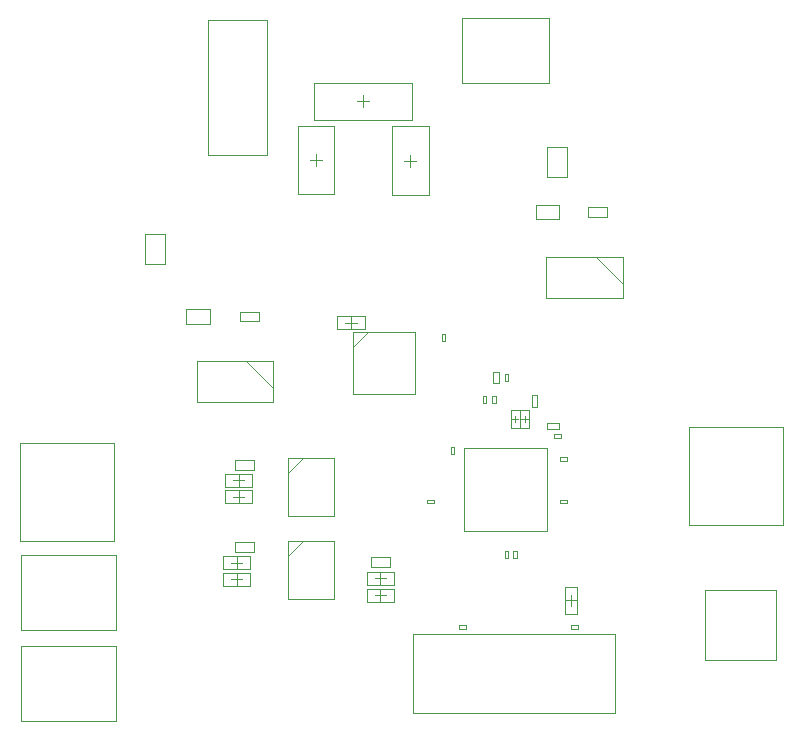
<source format=gbr>
G04*
G04 #@! TF.GenerationSoftware,Altium Limited,Altium Designer,23.8.1 (32)*
G04*
G04 Layer_Color=32768*
%FSLAX44Y44*%
%MOMM*%
G71*
G04*
G04 #@! TF.SameCoordinates,B1DDD4D6-6927-4A11-B6FF-346F9E1F7E25*
G04*
G04*
G04 #@! TF.FilePolarity,Positive*
G04*
G01*
G75*
%ADD10C,0.1000*%
%ADD12C,0.0500*%
D10*
X83080Y54790D02*
Y117790D01*
X3080Y54790D02*
X83080D01*
X3080D02*
Y117790D01*
X83080D01*
X3080Y194940D02*
X83080D01*
X3080Y131940D02*
Y194940D01*
Y131940D02*
X83080D01*
Y194940D01*
X376350Y594430D02*
X450350D01*
X376350D02*
Y649930D01*
X450350D01*
Y594430D02*
Y649930D01*
X419600Y192900D02*
Y198900D01*
X422600D01*
Y192900D02*
Y198900D01*
X419600Y192900D02*
X422600D01*
X412600D02*
X415600D01*
Y198900D01*
X412600D02*
X415600D01*
X412600Y192900D02*
Y198900D01*
X418600Y310510D02*
X424100D01*
X421350Y307760D02*
Y313260D01*
X378350Y215510D02*
Y285510D01*
Y215510D02*
X448350D01*
Y285510D01*
X378350D02*
X448350D01*
X229150Y194550D02*
X241850Y207250D01*
X229150Y158210D02*
Y207250D01*
Y158210D02*
X268110D01*
Y207250D01*
X229150D02*
X268110D01*
X229150Y264260D02*
X241850Y276960D01*
X229150Y227920D02*
Y276960D01*
Y227920D02*
X268110D01*
Y276960D01*
X229150D02*
X268110D01*
X568430Y220670D02*
Y303670D01*
Y220670D02*
X648430D01*
Y303670D01*
X568430D02*
X648430D01*
X582140Y105890D02*
X642140D01*
X582140D02*
Y165890D01*
X642140D01*
Y105890D02*
Y165890D01*
X346470Y242010D02*
X352470D01*
Y239010D02*
Y242010D01*
X346470Y239010D02*
X352470D01*
X346470D02*
Y242010D01*
X199760Y197780D02*
Y205780D01*
X183760D02*
X199760D01*
X183760Y197780D02*
Y205780D01*
Y197780D02*
X199760D01*
X211450Y534220D02*
Y648220D01*
X161450Y534220D02*
X211450D01*
X161450D02*
Y648220D01*
X211450D01*
X405011Y323838D02*
Y329838D01*
X402011Y323838D02*
X405011D01*
X402011D02*
Y329838D01*
X405011D01*
X397011Y323838D02*
Y329838D01*
X394011Y323838D02*
X397011D01*
X394011D02*
Y329838D01*
X397011D01*
X402390Y350400D02*
X407390D01*
X402390Y340400D02*
Y350400D01*
Y340400D02*
X407390D01*
Y350400D01*
X415280Y342400D02*
Y348400D01*
X412280Y342400D02*
X415280D01*
X412280D02*
Y348400D01*
X415280D01*
X435120Y330750D02*
X440120D01*
X435120Y320750D02*
Y330750D01*
Y320750D02*
X440120D01*
Y330750D01*
X458350Y302010D02*
Y307010D01*
X448350D02*
X458350D01*
X448350Y302010D02*
Y307010D01*
Y302010D02*
X458350D01*
X454420Y294410D02*
X460420D01*
X454420D02*
Y297410D01*
X460420D01*
Y294410D02*
Y297410D01*
X284190Y383770D02*
X336490D01*
Y331470D02*
Y383770D01*
X284190Y331470D02*
X336490D01*
X284190D02*
Y383770D01*
Y371070D02*
X296890Y383770D01*
X362192Y376498D02*
Y382498D01*
X359192Y376498D02*
X362192D01*
X359192D02*
Y382498D01*
X362192D01*
X1810Y207190D02*
X81810D01*
X1810D02*
Y290190D01*
X81810D01*
Y207190D02*
Y290190D01*
X299050Y193080D02*
X315050D01*
Y185080D02*
Y193080D01*
X299050Y185080D02*
X315050D01*
X299050D02*
Y193080D01*
X183760Y267490D02*
X199760D01*
X183760D02*
Y275490D01*
X199760D01*
Y267490D02*
Y275490D01*
X459040Y239010D02*
X465040D01*
X459040D02*
Y242010D01*
X465040D01*
Y239010D02*
Y242010D01*
X366850Y286960D02*
X369850D01*
X366850Y280960D02*
Y286960D01*
Y280960D02*
X369850D01*
Y286960D01*
X429350Y307760D02*
Y313260D01*
X426600Y310510D02*
X432100D01*
X379360Y132600D02*
Y135600D01*
X373360D02*
X379360D01*
X373360Y132600D02*
Y135600D01*
Y132600D02*
X379360D01*
X474360Y132850D02*
Y135850D01*
X468360D02*
X474360D01*
X468360Y132850D02*
Y135850D01*
Y132850D02*
X474360D01*
X483320Y481510D02*
X499320D01*
X483320D02*
Y489510D01*
X499320D01*
Y481510D02*
Y489510D01*
X188080Y393020D02*
X204080D01*
X188080D02*
Y401020D01*
X204080D01*
Y393020D02*
Y401020D01*
X438520Y479260D02*
Y491760D01*
Y479260D02*
X458520D01*
Y491760D01*
X438520D02*
X458520D01*
X465040Y275010D02*
Y278010D01*
X459040D02*
X465040D01*
X459040Y275010D02*
Y278010D01*
Y275010D02*
X465040D01*
X142780Y390770D02*
Y403270D01*
Y390770D02*
X162780D01*
Y403270D01*
X142780D02*
X162780D01*
X506060Y61610D02*
Y128610D01*
X335060D02*
X506060D01*
X335060Y61610D02*
Y128610D01*
Y61610D02*
X506060D01*
X489320Y447510D02*
X512320Y424510D01*
X447320Y447510D02*
X512320D01*
X447320Y412510D02*
Y447510D01*
Y412510D02*
X512320D01*
Y447510D01*
X193580Y359520D02*
X216580Y336520D01*
X151580Y359520D02*
X216580D01*
X151580Y324520D02*
Y359520D01*
Y324520D02*
X216580D01*
Y359520D01*
X107580Y441320D02*
X124580D01*
Y467320D01*
X107580D02*
X124580D01*
X107580Y441320D02*
Y467320D01*
X448320Y514800D02*
X465320D01*
Y540800D01*
X448320D02*
X465320D01*
X448320Y514800D02*
Y540800D01*
D12*
X425350Y303010D02*
Y318010D01*
X417350Y303010D02*
Y318010D01*
X425350D01*
X417350Y303010D02*
X425350D01*
X252560Y524320D02*
Y534320D01*
X247560Y529320D02*
X257560D01*
X237110Y500420D02*
X268010D01*
Y558220D01*
X237110D02*
X268010D01*
X237110Y500420D02*
Y558220D01*
X293850Y386410D02*
Y397410D01*
X270850Y386410D02*
Y397410D01*
Y386410D02*
X293850D01*
X270850Y397410D02*
X293850D01*
X277600Y391910D02*
X287100D01*
X282350Y387160D02*
Y396660D01*
X185490Y169960D02*
Y179460D01*
X180740Y174710D02*
X190240D01*
X173990Y169210D02*
X196990D01*
X173990Y180210D02*
X196990D01*
Y169210D02*
Y180210D01*
X173990Y169210D02*
Y180210D01*
X318550Y169780D02*
Y180780D01*
X295550Y169780D02*
Y180780D01*
Y169780D02*
X318550D01*
X295550Y180780D02*
X318550D01*
X302300Y175280D02*
X311800D01*
X307050Y170530D02*
Y180030D01*
X187100Y239810D02*
Y249310D01*
X182350Y244560D02*
X191850D01*
X175600Y239060D02*
X198600D01*
X175600Y250060D02*
X198600D01*
Y239060D02*
Y250060D01*
X175600Y239060D02*
Y250060D01*
X196990Y183210D02*
Y194210D01*
X173990Y183210D02*
Y194210D01*
Y183210D02*
X196990D01*
X173990Y194210D02*
X196990D01*
X180740Y188710D02*
X190240D01*
X185490Y183960D02*
Y193460D01*
X307050Y156530D02*
Y166030D01*
X302300Y161280D02*
X311800D01*
X295550Y155780D02*
X318550D01*
X295550Y166780D02*
X318550D01*
Y155780D02*
Y166780D01*
X295550Y155780D02*
Y166780D01*
X198600Y253060D02*
Y264060D01*
X175600Y253060D02*
Y264060D01*
Y253060D02*
X198600D01*
X175600Y264060D02*
X198600D01*
X182350Y258560D02*
X191850D01*
X187100Y253810D02*
Y263310D01*
X250960Y563870D02*
Y594770D01*
Y563870D02*
X334160D01*
Y594770D01*
X250960D02*
X334160D01*
X292560Y574320D02*
Y584320D01*
X287560Y579320D02*
X297560D01*
X347950Y500170D02*
Y557970D01*
X317050Y500170D02*
X347950D01*
X317050D02*
Y557970D01*
X347950D01*
X327500Y529070D02*
X337500D01*
X332500Y524070D02*
Y534070D01*
X425350Y303010D02*
X433350D01*
X425350Y318010D02*
X433350D01*
X425350Y303010D02*
Y318010D01*
X433350Y303010D02*
Y318010D01*
X463810Y156960D02*
X473310D01*
X468560Y152210D02*
Y161710D01*
X474060Y145460D02*
Y168460D01*
X463060Y145460D02*
Y168460D01*
X474060D01*
X463060Y145460D02*
X474060D01*
M02*

</source>
